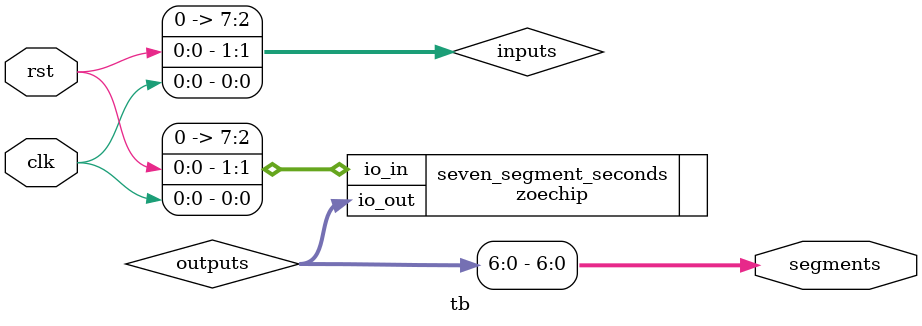
<source format=v>
`default_nettype none
`timescale 1ns/1ps

/*
this testbench just instantiates the module and makes some convenient wires
that can be driven / tested by the cocotb test.py
*/

module tb (
    // testbench is controlled by test.py
    input clk,
    input rst,
    output [6:0] segments
   );

    // this part dumps the trace to a vcd file that can be viewed with GTKWave
    initial begin
        $dumpfile ("tb.vcd");
        $dumpvars (0, tb);
        #1;
    end

    // wire up the inputs and outputs
    wire [7:0] inputs = {6'b0, rst, clk};
    wire [7:0] outputs;
    assign segments = outputs[6:0];

    // instantiate the DUT
    zoechip #(.MAX_COUNT(100)) seven_segment_seconds(
        .io_in  (inputs),
        .io_out (outputs)
        );

endmodule

</source>
